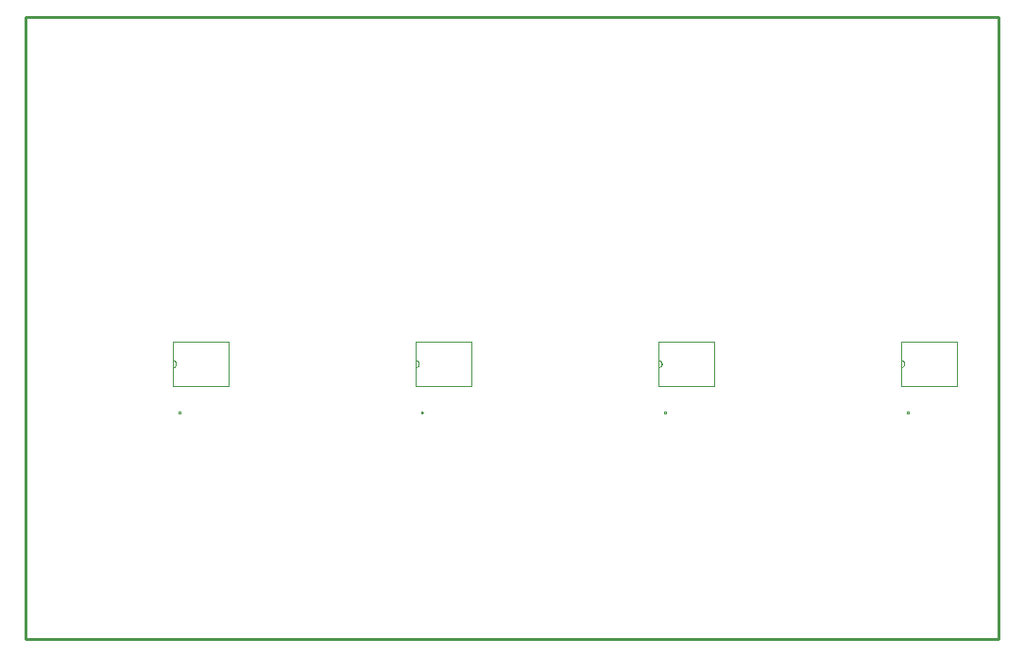
<source format=gm1>
%FSTAX23Y23*%
%MOIN*%
%SFA1B1*%

%IPPOS*%
%ADD24C,0.010000*%
%ADD67C,0.000000*%
%LNboard_pcb-1*%
%LPD*%
G54D24*
X01Y01D02*
X04432D01*
X01D02*
Y03198D01*
X04432*
Y01D02*
Y03198D01*
G54D67*
X04114Y018D02*
D01*
X04114Y018*
X04114Y018*
X04114Y01801*
X04114Y01801*
X04114Y01801*
X04114Y01801*
X04114Y01801*
X04114Y01802*
X04114Y01802*
X04114Y01802*
X04113Y01802*
X04113Y01802*
X04113Y01802*
X04113Y01802*
X04113Y01803*
X04113Y01803*
X04112Y01803*
X04112Y01803*
X04112Y01803*
X04112Y01803*
X04112Y01803*
X04111Y01803*
X04111*
X04111Y01803*
X04111Y01803*
X04111Y01803*
X0411Y01803*
X0411Y01803*
X0411Y01803*
X0411Y01803*
X0411Y01802*
X04109Y01802*
X04109Y01802*
X04109Y01802*
X04109Y01802*
X04109Y01802*
X04109Y01802*
X04109Y01801*
X04109Y01801*
X04108Y01801*
X04108Y01801*
X04108Y01801*
X04108Y018*
X04108Y018*
X04108Y018*
X04108Y018*
X04108Y018*
X04108Y01799*
X04108Y01799*
X04108Y01799*
X04109Y01799*
X04109Y01799*
X04109Y01798*
X04109Y01798*
X04109Y01798*
X04109Y01798*
X04109Y01798*
X04109Y01798*
X0411Y01798*
X0411Y01797*
X0411Y01797*
X0411Y01797*
X0411Y01797*
X04111Y01797*
X04111Y01797*
X04111Y01797*
X04111Y01797*
X04111*
X04112Y01797*
X04112Y01797*
X04112Y01797*
X04112Y01797*
X04112Y01797*
X04113Y01797*
X04113Y01797*
X04113Y01798*
X04113Y01798*
X04113Y01798*
X04113Y01798*
X04114Y01798*
X04114Y01798*
X04114Y01798*
X04114Y01799*
X04114Y01799*
X04114Y01799*
X04114Y01799*
X04114Y01799*
X04114Y018*
X04114Y018*
X04114Y018*
X04088Y0196D02*
D01*
X04089Y0196*
X04089Y0196*
X0409Y0196*
X04091Y0196*
X04092Y01961*
X04093Y01961*
X04093Y01961*
X04094Y01962*
X04095Y01962*
X04096Y01963*
X04096Y01963*
X04097Y01964*
X04097Y01964*
X04098Y01965*
X04098Y01966*
X04099Y01967*
X04099Y01967*
X04099Y01968*
X04099Y01969*
X041Y0197*
X041Y01971*
X041Y01971*
Y01972*
X041Y01973*
X041Y01974*
X04099Y01975*
X04099Y01976*
X04099Y01976*
X04099Y01977*
X04098Y01978*
X04098Y01979*
X04097Y01979*
X04097Y0198*
X04096Y0198*
X04096Y01981*
X04095Y01982*
X04094Y01982*
X04093Y01982*
X04093Y01983*
X04092Y01983*
X04091Y01983*
X0409Y01984*
X04089Y01984*
X04089Y01984*
X04088Y01984*
X03258Y018D02*
D01*
X03258Y018*
X03258Y018*
X03258Y01801*
X03258Y01801*
X03258Y01801*
X03258Y01801*
X03258Y01801*
X03258Y01802*
X03257Y01802*
X03257Y01802*
X03257Y01802*
X03257Y01802*
X03257Y01802*
X03257Y01802*
X03257Y01803*
X03256Y01803*
X03256Y01803*
X03256Y01803*
X03256Y01803*
X03256Y01803*
X03255Y01803*
X03255Y01803*
X03255*
X03255Y01803*
X03254Y01803*
X03254Y01803*
X03254Y01803*
X03254Y01803*
X03254Y01803*
X03254Y01803*
X03253Y01802*
X03253Y01802*
X03253Y01802*
X03253Y01802*
X03253Y01802*
X03253Y01802*
X03252Y01802*
X03252Y01801*
X03252Y01801*
X03252Y01801*
X03252Y01801*
X03252Y01801*
X03252Y018*
X03252Y018*
X03252Y018*
X03252Y018*
X03252Y018*
X03252Y01799*
X03252Y01799*
X03252Y01799*
X03252Y01799*
X03252Y01799*
X03252Y01798*
X03253Y01798*
X03253Y01798*
X03253Y01798*
X03253Y01798*
X03253Y01798*
X03253Y01798*
X03254Y01797*
X03254Y01797*
X03254Y01797*
X03254Y01797*
X03254Y01797*
X03254Y01797*
X03255Y01797*
X03255Y01797*
X03255*
X03255Y01797*
X03256Y01797*
X03256Y01797*
X03256Y01797*
X03256Y01797*
X03256Y01797*
X03257Y01797*
X03257Y01798*
X03257Y01798*
X03257Y01798*
X03257Y01798*
X03257Y01798*
X03257Y01798*
X03258Y01798*
X03258Y01799*
X03258Y01799*
X03258Y01799*
X03258Y01799*
X03258Y01799*
X03258Y018*
X03258Y018*
X03258Y018*
X03232Y0196D02*
D01*
X03232Y0196*
X03233Y0196*
X03234Y0196*
X03235Y0196*
X03236Y01961*
X03236Y01961*
X03237Y01961*
X03238Y01962*
X03239Y01962*
X03239Y01963*
X0324Y01963*
X0324Y01964*
X03241Y01964*
X03241Y01965*
X03242Y01966*
X03242Y01967*
X03243Y01967*
X03243Y01968*
X03243Y01969*
X03243Y0197*
X03243Y01971*
X03244Y01971*
Y01972*
X03243Y01973*
X03243Y01974*
X03243Y01975*
X03243Y01976*
X03243Y01976*
X03242Y01977*
X03242Y01978*
X03241Y01979*
X03241Y01979*
X0324Y0198*
X0324Y0198*
X03239Y01981*
X03239Y01982*
X03238Y01982*
X03237Y01982*
X03236Y01983*
X03236Y01983*
X03235Y01983*
X03234Y01984*
X03233Y01984*
X03232Y01984*
X03232Y01984*
X02374Y0196D02*
D01*
X02375Y0196*
X02376Y0196*
X02377Y0196*
X02378Y0196*
X02378Y01961*
X02379Y01961*
X0238Y01961*
X02381Y01962*
X02381Y01962*
X02382Y01963*
X02383Y01963*
X02383Y01964*
X02384Y01964*
X02384Y01965*
X02385Y01966*
X02385Y01967*
X02385Y01967*
X02386Y01968*
X02386Y01969*
X02386Y0197*
X02386Y01971*
X02386Y01971*
Y01972*
X02386Y01973*
X02386Y01974*
X02386Y01975*
X02386Y01976*
X02385Y01976*
X02385Y01977*
X02385Y01978*
X02384Y01979*
X02384Y01979*
X02383Y0198*
X02383Y0198*
X02382Y01981*
X02381Y01982*
X02381Y01982*
X0238Y01982*
X02379Y01983*
X02378Y01983*
X02378Y01983*
X02377Y01984*
X02376Y01984*
X02375Y01984*
X02374Y01984*
X02401Y018D02*
D01*
X02401Y018*
X02401Y018*
X02401Y01801*
X02401Y01801*
X02401Y01801*
X024Y01801*
X024Y01801*
X024Y01802*
X024Y01802*
X024Y01802*
X024Y01802*
X024Y01802*
X024Y01802*
X02399Y01802*
X02399Y01803*
X02399Y01803*
X02399Y01803*
X02399Y01803*
X02398Y01803*
X02398Y01803*
X02398Y01803*
X02398Y01803*
X02398*
X02397Y01803*
X02397Y01803*
X02397Y01803*
X02397Y01803*
X02397Y01803*
X02396Y01803*
X02396Y01803*
X02396Y01802*
X02396Y01802*
X02396Y01802*
X02396Y01802*
X02395Y01802*
X02395Y01802*
X02395Y01802*
X02395Y01801*
X02395Y01801*
X02395Y01801*
X02395Y01801*
X02395Y01801*
X02395Y018*
X02395Y018*
X02395Y018*
X02395Y018*
X02395Y018*
X02395Y01799*
X02395Y01799*
X02395Y01799*
X02395Y01799*
X02395Y01799*
X02395Y01798*
X02395Y01798*
X02395Y01798*
X02396Y01798*
X02396Y01798*
X02396Y01798*
X02396Y01798*
X02396Y01797*
X02396Y01797*
X02397Y01797*
X02397Y01797*
X02397Y01797*
X02397Y01797*
X02397Y01797*
X02398Y01797*
X02398*
X02398Y01797*
X02398Y01797*
X02398Y01797*
X02399Y01797*
X02399Y01797*
X02399Y01797*
X02399Y01797*
X02399Y01798*
X024Y01798*
X024Y01798*
X024Y01798*
X024Y01798*
X024Y01798*
X024Y01798*
X024Y01799*
X024Y01799*
X02401Y01799*
X02401Y01799*
X02401Y01799*
X02401Y018*
X02401Y018*
X02401Y018*
X01518Y0196D02*
D01*
X01519Y0196*
X0152Y0196*
X0152Y0196*
X01521Y0196*
X01522Y01961*
X01523Y01961*
X01524Y01961*
X01524Y01962*
X01525Y01962*
X01526Y01963*
X01526Y01963*
X01527Y01964*
X01527Y01964*
X01528Y01965*
X01528Y01966*
X01529Y01967*
X01529Y01967*
X01529Y01968*
X0153Y01969*
X0153Y0197*
X0153Y01971*
X0153Y01971*
Y01972*
X0153Y01973*
X0153Y01974*
X0153Y01975*
X01529Y01976*
X01529Y01976*
X01529Y01977*
X01528Y01978*
X01528Y01979*
X01527Y01979*
X01527Y0198*
X01526Y0198*
X01526Y01981*
X01525Y01982*
X01524Y01982*
X01524Y01982*
X01523Y01983*
X01522Y01983*
X01521Y01983*
X0152Y01984*
X0152Y01984*
X01519Y01984*
X01518Y01984*
X01544Y018D02*
D01*
X01544Y018*
X01544Y018*
X01544Y01801*
X01544Y01801*
X01544Y01801*
X01544Y01801*
X01544Y01801*
X01544Y01802*
X01544Y01802*
X01544Y01802*
X01544Y01802*
X01543Y01802*
X01543Y01802*
X01543Y01802*
X01543Y01803*
X01543Y01803*
X01543Y01803*
X01542Y01803*
X01542Y01803*
X01542Y01803*
X01542Y01803*
X01542Y01803*
X01541*
X01541Y01803*
X01541Y01803*
X01541Y01803*
X01541Y01803*
X0154Y01803*
X0154Y01803*
X0154Y01803*
X0154Y01802*
X0154Y01802*
X01539Y01802*
X01539Y01802*
X01539Y01802*
X01539Y01802*
X01539Y01802*
X01539Y01801*
X01539Y01801*
X01539Y01801*
X01539Y01801*
X01538Y01801*
X01538Y018*
X01538Y018*
X01538Y018*
X01538Y018*
X01538Y018*
X01538Y01799*
X01539Y01799*
X01539Y01799*
X01539Y01799*
X01539Y01799*
X01539Y01798*
X01539Y01798*
X01539Y01798*
X01539Y01798*
X01539Y01798*
X0154Y01798*
X0154Y01798*
X0154Y01797*
X0154Y01797*
X0154Y01797*
X01541Y01797*
X01541Y01797*
X01541Y01797*
X01541Y01797*
X01541Y01797*
X01542*
X01542Y01797*
X01542Y01797*
X01542Y01797*
X01542Y01797*
X01543Y01797*
X01543Y01797*
X01543Y01797*
X01543Y01798*
X01543Y01798*
X01543Y01798*
X01544Y01798*
X01544Y01798*
X01544Y01798*
X01544Y01798*
X01544Y01799*
X01544Y01799*
X01544Y01799*
X01544Y01799*
X01544Y01799*
X01544Y018*
X01544Y018*
X01544Y018*
X04285Y01893D02*
Y0205D01*
X04088D02*
X04285D01*
X04088Y01893D02*
Y0205D01*
Y01893D02*
X04285D01*
X03429D02*
Y0205D01*
X03232D02*
X03429D01*
X03232Y01893D02*
Y0205D01*
Y01893D02*
X03429D01*
X02374D02*
X02571D01*
X02374D02*
Y0205D01*
X02571*
Y01893D02*
Y0205D01*
X01518Y01893D02*
X01715D01*
X01518D02*
Y0205D01*
X01715*
Y01893D02*
Y0205D01*
M02*
</source>
